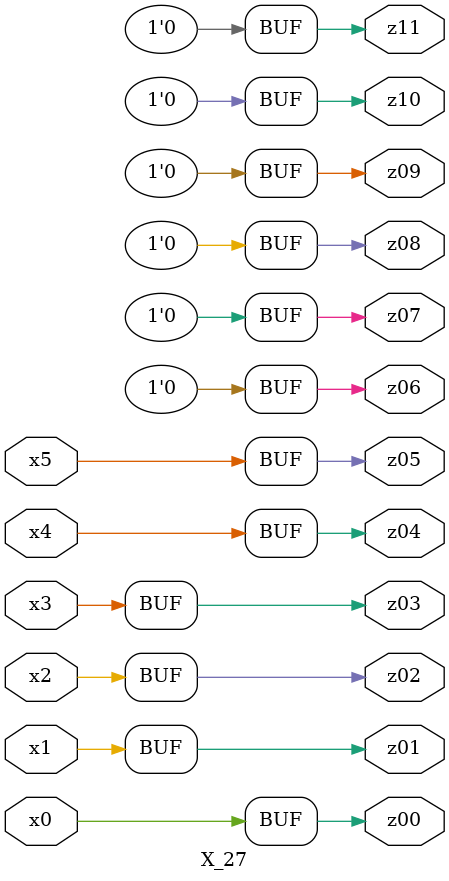
<source format=v>

module X_27 ( 
    x0, x1, x2, x3, x4, x5,
    z00, z01, z02, z03, z04, z05, z06, z07, z08, z09, z10, z11  );
  input  x0, x1, x2, x3, x4, x5;
  output z00, z01, z02, z03, z04, z05, z06, z07, z08, z09, z10, z11;
  assign z00 = x0;
  assign z01 = x1;
  assign z02 = x2;
  assign z03 = x3;
  assign z04 = x4;
  assign z05 = x5;
  assign z06 = 1'b0;
  assign z07 = 1'b0;
  assign z08 = 1'b0;
  assign z09 = 1'b0;
  assign z10 = 1'b0;
  assign z11 = 1'b0;
endmodule



</source>
